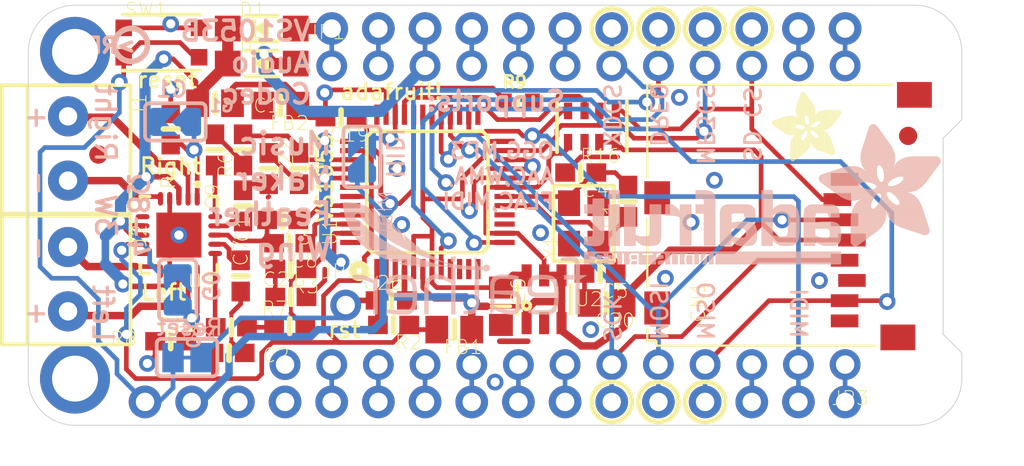
<source format=kicad_pcb>
(kicad_pcb (version 20211014) (generator pcbnew)
  (layers (0 "F.Cu" signal) (31 "B.Cu" signal) (34 "B.Paste" user) (35 "F.Paste" user) (36 "B.SilkS" user "B.Silkscreen") (37 "F.SilkS" user "F.Silkscreen") (38 "B.Mask" user) (39 "F.Mask" user) (44 "Edge.Cuts" user))
  (net 0 "")
  (net 1 "1.8V")
  (net 2 "3.3V")
  (net 3 "GND")
  (net 4 "AVDD")
  (net 5 "AGND")
  (net 6 "N$1")
  (net 7 "N$2")
  (net 8 "GPIO1")
  (net 9 "MISO")
  (net 10 "TX")
  (net 11 "MP3_RX")
  (net 12 "DREQ")
  (net 13 "CLKOUT")
  (net 14 "LEFT")
  (net 15 "RIGHT")
  (net 16 "N$5")
  (net 17 "N$6")
  (net 18 "MP3CS")
  (net 19 "XDCS")
  (net 20 "N$3")
  (net 21 "MP3RST")
  (net 22 "MOSI")
  (net 23 "SCLK")
  (net 24 "SD_CS")
  (net 25 "EN")
  (net 26 "USB")
  (net 27 "N")
  (net 28 "M")
  (net 29 "L")
  (net 30 "SCL")
  (net 31 "SDA")
  (net 32 "G")
  (net 33 "UART_RX")
  (net 34 "F")
  (net 35 "E")
  (net 36 "D")
  (net 37 "C")
  (net 38 "B")
  (net 39 "A")
  (net 40 "~{RESET}")
  (net 41 "GAIN1")
  (net 42 "GAIN0")
  (net 43 "VDD")
  (net 44 "IN_LEFT+")
  (net 45 "IN_RIGHT+")
  (net 46 "OUT_LEFT-")
  (net 47 "OUT_LEFT+")
  (net 48 "OUT_RIGHT-")
  (net 49 "OUT_RIGHT+")
  (net 50 "N$20")
  (net 51 "N$21")
  (net 52 "N$22")
  (net 53 "N$23")
  (net 54 "VBAT")
  (net 55 "GPIO0")
  (net 56 "AREF")
  (footprint "WQFN20" (layer "F.Cu") (at 131.2926 106.0831 180)
    (fp_text reference "U3")
    (fp_text value "TPA2012")
  )
  (footprint "_0805MP" (layer "F.Cu") (at 148.8186 109.9566 -90)
    (fp_text reference "C6")
    (fp_text value "10µF")
  )
  (footprint "0603-NO" (layer "F.Cu") (at 130.8481 111.8616 180)
    (fp_text reference "R8")
    (fp_text value "100K")
  )
  (footprint "_0603MP" (layer "F.Cu") (at 149.7711 98.7806)
    (fp_text reference "R9")
    (fp_text value "100K")
  )
  (footprint "TERMBLOCK_1X2-3.5MM" (layer "F.Cu") (at 125.2601 108.4326 -90)
    (fp_text reference "J2")
    (fp_text value "3.5mm")
  )
  (footprint "0603-NO" (layer "F.Cu") (at 137.3251 106.5276 180)
    (fp_text reference "C8")
    (fp_text value "0.1µF")
  )
  (footprint "0603-NO" (layer "F.Cu") (at 134.7851 104.4956 -90)
    (fp_text reference "C7")
    (fp_text value "1µF")
  )
  (footprint "0603-NO" (layer "F.Cu") (at 130.8481 100.3046 -90)
    (fp_text reference "R5")
    (fp_text value "100K")
  )
  (footprint "0603-NO" (layer "F.Cu") (at 134.1501 111.0996 180)
    (fp_text reference "C10")
    (fp_text value "1µF")
  )
  (footprint "FEATHERWING_NODIM" (layer "F.Cu") (at 123.1011 116.4336)
    (fp_text reference "MS1" hide)
    (fp_text value "FEATHERWING_NODIM" hide)
  )
  (footprint "0603-NO" (layer "F.Cu") (at 153.162 102.6795 180)
    (fp_text reference "C4")
    (fp_text value "22pF")
  )
  (footprint "0603-NO" (layer "F.Cu") (at 137.8331 102.4636 -90)
    (fp_text reference "R4")
    (fp_text value "22")
  )
  (footprint "0805-NO" (layer "F.Cu") (at 136.8171 99.0346 180)
    (fp_text reference "FB2")
    (fp_text value "FERITTE")
  )
  (footprint "TERMBLOCK_1X2-3.5MM" (layer "F.Cu") (at 125.2601 101.3206 -90)
    (fp_text reference "J1")
    (fp_text value "3.5mm")
  )
  (footprint "0603-NO" (layer "F.Cu") (at 136.9441 105.2576 180)
    (fp_text reference "C3")
    (fp_text value "1uF")
  )
  (footprint "1X13_ROUND_70" (layer "F.Cu") (at 152.3111 113.1316 180)
    (fp_text reference "JP3")
    (fp_text value "")
  )
  (footprint "FIDUCIAL_1MM" (layer "F.Cu") (at 126.9111 101.7016 -90)
    (fp_text reference "FID2" hide)
    (fp_text value "FIDUCIAL\"\"" hide)
  )
  (footprint "RESPACK_4X0603" (layer "F.Cu") (at 153.7716 100.1776 180)
    (fp_text reference "R16")
    (fp_text value "100K")
  )
  (footprint "0603-NO" (layer "F.Cu") (at 134.7851 101.4476 90)
    (fp_text reference "R6")
    (fp_text value "100")
  )
  (footprint "MICROSD" (layer "F.Cu") (at 156.8831 112.0521 90)
    (fp_text reference "CN1")
    (fp_text value "2908-05WB-M6")
  )
  (footprint "0805-NO" (layer "F.Cu") (at 146.2786 111.2266 180)
    (fp_text reference "FB1")
    (fp_text value "FERITTE")
  )
  (footprint "0603-NO" (layer "F.Cu") (at 136.1821 102.4636 -90)
    (fp_text reference "C22")
    (fp_text value "10nF")
  )
  (footprint "0603-NO" (layer "F.Cu") (at 142.8496 109.6391)
    (fp_text reference "C26")
    (fp_text value "0.1µF")
  )
  (footprint "1X01_ROUND" (layer "F.Cu") (at 140.3731 109.8931)
    (fp_text reference "JP5")
    (fp_text value "")
  )
  (footprint "FIDUCIAL_1MM" (layer "F.Cu") (at 170.9801 100.6856)
    (fp_text reference "FID1" hide)
    (fp_text value "FIDUCIAL\"\"" hide)
  )
  (footprint "SOD-123" (layer "F.Cu") (at 135.8011 94.8436)
    (fp_text reference "D1")
    (fp_text value "MBR120")
  )
  (footprint "SOD-123" (layer "F.Cu") (at 135.8011 96.7486)
    (fp_text reference "D2")
    (fp_text value "MBR120")
  )
  (footprint "0603-NO" (layer "F.Cu") (at 140.1191 99.6696 180)
    (fp_text reference "C19")
    (fp_text value "1µF")
  )
  (footprint "0603-NO" (layer "F.Cu") (at 133.2611 101.4476 -90)
    (fp_text reference "C9")
    (fp_text value "1µF")
  )
  (footprint "0603-NO" (layer "F.Cu") (at 142.9766 110.9726 180)
    (fp_text reference "R2")
    (fp_text value "100K")
  )
  (footprint "LQFP48" (layer "F.Cu") (at 144.8181 103.7336 90)
    (fp_text reference "U1")
    (fp_text value "VS1053B")
  )
  (footprint "SOT23-6" (layer "F.Cu") (at 151.1681 109.5756)
    (fp_text reference "U2")
    (fp_text value "AP7312-1833W6-7")
  )
  (footprint "0805-NO" (layer "F.Cu") (at 154.5717 109.7788 180)
    (fp_text reference "C20")
    (fp_text value "10µF")
  )
  (footprint "0603-NO" (layer "F.Cu") (at 134.0231 112.4966)
    (fp_text reference "C2")
    (fp_text value "0.1µF")
  )
  (footprint "0603-NO" (layer "F.Cu") (at 134.6581 108.3056 90)
    (fp_text reference "C11")
    (fp_text value "1µF")
  )
  (footprint "0603-NO" (layer "F.Cu") (at 154.2161 108.1786 180)
    (fp_text reference "C5")
    (fp_text value "22pF")
  )
  (footprint "0603-NO" (layer "F.Cu") (at 137.3886 109.4486)
    (fp_text reference "C21")
    (fp_text value "10nF")
  )
  (footprint "0603-NO" (layer "F.Cu") (at 155.7401 104.2416 90)
    (fp_text reference "R1")
    (fp_text value "1M")
  )
  (footprint "1X12_ROUND" (layer "F.Cu") (at 153.5811 96.8756)
    (fp_text reference "JP1")
    (fp_text value "")
  )
  (footprint "0603-NO" (layer "F.Cu") (at 137.3251 111.0361)
    (fp_text reference "R7")
    (fp_text value "100")
  )
  (footprint "0805-NO" (layer "F.Cu") (at 133.2611 98.9076)
    (fp_text reference "C1")
    (fp_text value "10µF")
  )
  (footprint "0603-NO" (layer "F.Cu") (at 137.3886 107.9246 180)
    (fp_text reference "R3")
    (fp_text value "22")
  )
  (footprint "ADAFRUIT_3.5MM" (layer "F.Cu") (at 167.3606 102.0826 90)
    (fp_text reference "U$36" hide)
    (fp_text value "" hide)
  )
  (footprint "CRYSTAL_3.2X2.5" (layer "F.Cu") (at 153.3271 105.4481 90)
    (fp_text reference "Y1")
    (fp_text value "ABM8G-12.288MHZ-4Y-T3")
  )
  (footprint "BTN_KMR2_4.6X2.8" (layer "F.Cu") (at 130.3401 95.6056)
    (fp_text reference "SW1")
    (fp_text value "KMR2")
  )
  (footprint "ADAFRUIT_TEXT_20MM" (layer "B.Cu") (at 172.9105 107.6706 180)
    (fp_text reference "U$55" hide)
    (fp_text value "" hide)
  )
  (footprint "SOLDERJUMPER_ARROW_NOPASTE" (layer "B.Cu") (at 141.2621 101.8286 90)
    (fp_text reference "MIDI")
    (fp_text value "")
  )
  (footprint "PCBFEAT-REV-040" (layer "B.Cu") (at 128.6891 95.7326 180)
    (fp_text reference "U$43" hide)
    (fp_text value "" hide)
  )
  (footprint "SOLDERJUMPER_ARROW_NOPASTE" (layer "B.Cu") (at 131.2291 109.0676 90)
    (fp_text reference "G0")
    (fp_text value "")
  )
  (footprint "FEATHERLOGO_SMALL" (layer "B.Cu") (at 153.5811 110.4646 180)
    (fp_text reference "U$37" hide)
    (fp_text value "" hide)
  )
  (footprint "SOLDERJUMPER_ARROW_NOPASTE" (layer "B.Cu") (at 131.1021 99.9236 180)
    (fp_text reference "G1")
    (fp_text value "")
  )
  (footprint "SOLDERJUMPER_CLOSEDWIRE" (layer "B.Cu") (at 131.7371 112.7506 180)
    (fp_text reference "RST")
    (fp_text value "")
  )
  (gr_circle (center 157.3911 115.1636) (end 158.483593 115.1636) (layer "F.SilkS") (width 0.254) (fill none))
  (gr_circle (center 162.4711 94.8436) (end 163.563593 94.8436) (layer "F.SilkS") (width 0.254) (fill none))
  (gr_circle (center 154.8511 94.8436) (end 155.943593 94.8436) (layer "F.SilkS") (width 0.254) (fill none))
  (gr_circle (center 159.9311 115.1636) (end 161.023593 115.1636) (layer "F.SilkS") (width 0.254) (fill none))
  (gr_circle (center 159.9311 94.8436) (end 161.023593 94.8436) (layer "F.SilkS") (width 0.254) (fill none))
  (gr_circle (center 157.3911 94.8436) (end 158.483593 94.8436) (layer "F.SilkS") (width 0.254) (fill none))
  (gr_circle (center 154.8511 115.1636) (end 155.943593 115.1636) (layer "F.SilkS") (width 0.254) (fill none))
  (gr_arc (start 171.3611 93.5736) (mid 173.157151 94.317549) (end 173.9011 96.1136) (layer "Edge.Cuts") (width 0.05))
  (gr_arc (start 125.6411 116.4336) (mid 123.845049 115.689651) (end 123.1011 113.8936) (layer "Edge.Cuts") (width 0.05))
  (gr_line (start 173.9011 112.4966) (end 173.9011 113.8936) (layer "Edge.Cuts") (width 0.05))
  (gr_line (start 172.8851 100.8126) (end 172.8851 111.4806) (layer "Edge.Cuts") (width 0.05))
  (gr_line (start 125.6411 93.5736) (end 171.3611 93.5736) (layer "Edge.Cuts") (width 0.05))
  (gr_line (start 173.9011 96.1136) (end 173.9011 99.7966) (layer "Edge.Cuts") (width 0.05))
  (gr_line (start 123.1011 113.8936) (end 123.1011 96.1136) (layer "Edge.Cuts") (width 0.05))
  (gr_line (start 173.9011 99.7966) (end 172.8851 100.8126) (layer "Edge.Cuts") (width 0.05))
  (gr_line (start 172.8851 111.4806) (end 173.9011 112.4966) (layer "Edge.Cuts") (width 0.05))
  (gr_arc (start 173.9011 113.8936) (mid 173.157151 115.689651) (end 171.3611 116.4336) (layer "Edge.Cuts") (width 0.05))
  (gr_arc (start 123.1011 96.1136) (mid 123.845049 94.317549) (end 125.6411 93.5736) (layer "Edge.Cuts") (width 0.05))
  (gr_line (start 171.3611 116.4336) (end 125.6411 116.4336) (layer "Edge.Cuts") (width 0.05))
  (gr_text "-" (at 123.7361 106.0196 -90) (layer "B.SilkS") (effects (font (size 1.0922 1.0922) (thickness 0.1778)) (justify right mirror)))
  (gr_text "MISO" (at 159.9311 110.2106 -90) (layer "B.SilkS") (effects (font (size 0.87376 0.87376) (thickness 0.14224)) (justify mirror)))
  (gr_text "G1" (at 129.9591 97.6376) (layer "B.SilkS") (effects (font (size 0.8636 0.8636) (thickness 0.1524)) (justify right top mirror)))
  (gr_text "G0" (at 133.5151 107.9246 -90) (layer "B.SilkS") (effects (font (size 0.8636 0.8636) (thickness 0.1524)) (justify right top mirror)))
  (gr_text "MP3CS" (at 159.9311 100.0506 -90) (layer "B.SilkS") (effects (font (size 0.87376 0.87376) (thickness 0.14224)) (justify mirror)))
  (gr_text "DREQ" (at 157.3911 99.5426 -90) (layer "B.SilkS") (effects (font (size 0.87376 0.87376) (thickness 0.14224)) (justify mirror)))
  (gr_text "SD CS" (at 162.4711 100.0506 -90) (layer "B.SilkS") (effects (font (size 0.87376 0.87376) (thickness 0.14224)) (justify mirror)))
  (gr_text "MOSI" (at 157.3911 110.2106 -90) (layer "B.SilkS") (effects (font (size 0.87376 0.87376) (thickness 0.14224)) (justify mirror)))
  (gr_text "Reset" (at 133.7691 111.0996) (layer "B.SilkS") (effects (font (size 0.87376 0.87376) (thickness 0.14224)) (justify left mirror)))
  (gr_text "4-8Ω\n3W" (at 128.1811 105.0036 -90) (layer "B.SilkS") (effects (font (size 1.0795 1.0795) (thickness 0.1905)) (justify mirror)))
  (gr_text "+" (at 123.6091 109.5756 -90) (layer "B.SilkS") (effects (font (size 1.0922 1.0922) (thickness 0.1778)) (justify right mirror)))
  (gr_text "MIDI" (at 165.0111 110.3376 -90) (layer "B.SilkS") (effects (font (size 0.87376 0.87376) (thickness 0.14224)) (justify mirror)))
  (gr_text "Music\nMaker\nFeather\nWing" (at 139.7381 103.9876) (layer "B.SilkS") (effects (font (size 1.194816 1.194816) (thickness 0.227584)) (justify left mirror)))
  (gr_text "VS1053B\nAudio\nCodec" (at 138.5951 99.0346) (layer "B.SilkS") (effects (font (size 1.0668 1.0668) (thickness 0.2032)) (justify left bottom mirror)))
  (gr_text "OGG,MP3,\nAAC,WMA,\nFLAC,MIDI" (at 151.8031 104.7496) (layer "B.SilkS") (effects (font (size 0.85344 0.85344) (thickness 0.16256)) (justify left bottom mirror)))
  (gr_text "MIDI" (at 143.0401 100.1776 -90) (layer "B.SilkS") (effects (font (size 0.87376 0.87376) (thickness 0.14224)) (justify right mirror)))
  (gr_text "XDCS" (at 154.8511 99.5426 -90) (layer "B.SilkS") (effects (font (size 0.87376 0.87376) (thickness 0.14224)) (justify mirror)))
  (gr_text "Left" (at 127.1651 111.9886 -90) (layer "B.SilkS") (effects (font (size 1.0922 1.0922) (thickness 0.1778)) (justify left mirror)))
  (gr_text "-" (at 123.7361 102.4636 -90) (layer "B.SilkS") (effects (font (size 1.0922 1.0922) (thickness 0.1778)) (justify right mirror)))
  (gr_text "+" (at 123.6091 98.9076 -90) (layer "B.SilkS") (effects (font (size 1.0922 1.0922) (thickness 0.1778)) (justify right mirror)))
  (gr_text "SCK" (at 154.8511 110.5916 -90) (layer "B.SilkS") (effects (font (size 0.87376 0.87376) (thickness 0.14224)) (justify mirror)))
  (gr_text "Supports:" (at 152.4381 99.4156) (layer "B.SilkS") (effects (font (size 1.0668 1.0668) (thickness 0.2032)) (justify left bottom mirror)))
  (gr_text "Right" (at 127.2921 97.7646 -90) (layer "B.SilkS") (effects (font (size 1.0922 1.0922) (thickness 0.1778)) (justify right mirror)))
  (gr_text "Right" (at 130.8481 102.3366) (layer "F.SilkS") (effects (font (size 0.8636 0.8636) (thickness 0.1524))))
  (gr_text "Left" (at 130.4671 109.1946) (layer "F.SilkS") (effects (font (size 0.8636 0.8636) (thickness 0.1524))))
  (gr_text "adafruit!" (at 139.9921 98.2726) (layer "F.SilkS") (effects (font (size 0.87376 0.87376) (thickness 0.14224)) (justify left)))
  (gr_text "rst" (at 141.2621 110.7186) (layer "F.SilkS") (effects (font (size 0.87376 0.87376) (thickness 0.14224)) (justify right top)))
  (gr_text "VS1053" (at 139.2301 102.9716 90) (layer "F.SilkS") (effects (font (size 0.8636 0.8636) (thickness 0.1524))))
  (gr_text "reset" (at 128.9431 98.1456) (layer "F.SilkS") (effects (font (size 0.87376 0.87376) (thickness 0.14224)) (justify left bottom)))
  (segment (start 144.5681 99.5336) (end 144.5681 104.1146) (width 0.254) (layer "F.Cu") (net 1))
  (segment (start 146.7231 103.9876) (end 146.5961 104.1146) (width 0.254) (layer "F.Cu") (net 1))
  (segment (start 150.2181 108.6206) (end 150.2181 108.2756) (width 0.4064) (layer "F.Cu") (net 1))
  (segment (start 146.7231 103.9876) (end 146.7231 102.9716) (width 0.254) (layer "F.Cu") (net 1))
  (segment (start 146.5961 104.1146) (end 144.5681 104.1146) (width 0.254) (layer "F.Cu") (net 1))
  (segment (start 147.9931 101.1936) (end 148.2031 100.9836) (width 0.254) (layer "F.Cu") (net 1))
  (segment (start 145.0721 106.1466) (end 145.0721 107.9336) (width 0.254) (layer "F.Cu") (net 1))
  (segment (start 144.5681 105.1346) (end 145.0721 105.6386) (width 0.254) (layer "F.Cu") (net 1))
  (segment (start 149.4836 108.2756) (end 150.2181 108.2756) (width 0.4064) (layer "F.Cu") (net 1))
  (segment (start 145.0721 106.1466) (end 145.0721 105.6386) (width 0.254) (layer "F.Cu") (net 1))
  (segment (start 148.2031 100.9836) (end 149.0181 100.9836) (width 0.254) (layer "F.Cu") (net 1))
  (segment (start 144.5681 104.1146) (end 144.5681 105.1346) (width 0.254) (layer "F.Cu") (net 1))
  (segment (start 145.0681 107.9336) (end 145.0681 108.6826) (width 0.254) (layer "F.Cu") (net 1))
  (segment (start 147.9931 101.1936) (end 147.9931 101.7016) (width 0.254) (layer "F.Cu") (net 1))
  (segment (start 145.3261 108.9406) (end 148.8186 108.9406) (width 0.254) (layer "F.Cu") (net 1))
  (segment (start 144.0681 106.1466) (end 145.0721 106.1466) (width 0.254) (layer "F.Cu") (net 1))
  (segment (start 145.0681 108.6826) (end 145.3261 108.9406) (width 0.254) (layer "F.Cu") (net 1))
  (segment (start 145.0721 107.9336) (end 145.0681 107.9336) (width 0.254) (layer "F.Cu") (net 1))
  (segment (start 146.7231 102.9716) (end 147.9931 101.7016) (width 0.254) (layer "F.Cu") (net 1))
  (segment (start 148.8186 108.9406) (end 149.4836 108.2756) (width 0.4064) (layer "F.Cu") (net 1))
  (segment (start 144.0681 107.9336) (end 144.0681 106.1466) (width 0.254) (layer "F.Cu") (net 1))
  (segment (start 143.3061 104.3686) (end 142.7861 104.3686) (width 0.254) (layer "F.Cu") (net 2))
  (segment (start 147.2311 109.7661) (end 147.2311 109.9566) (width 0.4064) (layer "F.Cu") (net 2))
  (segment (start 155.5217 111.064) (end 155.5217 109.7788) (width 0.4064) (layer "F.Cu") (net 2))
  (segment (start 144.0681 99.5336) (end 144.0681 103.6066) (width 0.254) (layer "F.Cu") (net 2))
  (segment (start 149.0181 105.9836) (end 147.9931 105.9836) (width 0.254) (layer "F.Cu") (net 2))
  (segment (start 150.2601 110.8336) (end 150.2181 110.8756) (width 0.4064) (layer "F.Cu") (net 2))
  (segment (start 147.228331 110.772888) (end 147.228331 110.909369) (width 0.254) (layer "F.Cu") (net 2))
  (segment (start 152.1221 109.7026) (end 152.1181 109.6986) (width 0.4064) (layer "F.Cu") (net 2))
  (segment (start 152.1841 101.6381) (end 152.4716 101.3506) (width 0.254) (layer "F.Cu") (net 2))
  (segment (start 149.7351 105.9836) (end 151.1681 107.4166) (width 0.254) (layer "F.Cu") (net 2))
  (segment (start 163.9466 106.3521) (end 162.9791 105.3846) (width 0.254) (layer "F.Cu") (net 2))
  (segment (start 152.4716 101.3506) (end 152.4716 101.0276) (width 0.254) (layer "F.Cu") (net 2))
  (segment (start 150.7831 103.4836) (end 151.4221 102.8446) (width 0.254) (layer "F.Cu") (net 2))
  (segment (start 150.2181 110.8756) (end 150.2181 110.1446) (width 0.4064) (layer "F.Cu") (net 2))
  (segment (start 151.4221 101.8921) (end 151.6761 101.6381) (width 0.254) (layer "F.Cu") (net 2))
  (segment (start 152.1181 109.6986) (end 152.1181 108.2756) (width 0.4064) (layer "F.Cu") (net 2))
  (segment (start 147.0406 109.5756) (end 147.2311 109.7661) (width 0.254) (layer "F.Cu") (net 2))
  (segment (start 147.9931 103.4836) (end 147.9931 105.9836) (width 0.254) (layer "F.Cu") (net 2))
  (segment (start 151.1681 108.2756) (end 152.1181 108.2756) (width 0.4064) (layer "F.Cu") (net 2))
  (segment (start 155.0716 101.0276) (end 155.4916 101.4476) (width 0.254) (layer "F.Cu") (net 2))
  (segment (start 153.2001 112.1156) (end 152.1181 111.2876) (width 0.4064) (layer "F.Cu") (net 2))
  (segment (start 161.4551 106.9086) (end 162.9791 105.3846) (width 0.4064) (layer "F.Cu") (net 2))
  (segment (start 145.1991 109.5756) (end 147.0406 109.5756) (width 0.254) (layer "F.Cu") (net 2))
  (segment (start 147.2286 110.909369) (end 147.2286 111.2266) (width 0.4064) (layer "F.Cu") (net 2))
  (segment (start 152.1181 110.8756) (end 152.1181 109.6986) (width 0.4064) (layer "F.Cu") (net 2))
  (segment (start 141.5161 100.2166) (end 140.9691 99.6696) (width 0.254) (layer "F.Cu") (net 2))
  (segment (start 155.5217 111.064) (end 153.9621 112.1156) (width 0.4064) (layer "F.Cu") (net 2))
  (segment (start 155.5217 109.413) (end 155.5217 109.7788) (width 0.4064) (layer "F.Cu") (net 2))
  (segment (start 158.0261 106.9086) (end 155.5217 109.413) (width 0.4064) (layer "F.Cu") (net 2))
  (segment (start 151.4221 101.8921) (end 151.4221 102.8446) (width 0.254) (layer "F.Cu") (net 2))
  (segment (start 151.1681 107.4166) (end 151.1681 108.2756) (width 0.254) (layer "F.Cu") (net 2))
  (segment (start 147.2311 110.770119) (end 147.228331 110.772888) (width 0.254) (layer "F.Cu") (net 2))
  (segment (start 142.2781 101.7651) (end 142.2781 103.8606) (width 0.254) (layer "F.Cu") (net 2))
  (segment (start 162.9791 105.3846) (end 162.9791 101.8286) (width 0.254) (layer "F.Cu") (net 2))
  (segment (start 162.5981 101.4476) (end 162.9791 101.8286) (width 0.254) (layer "F.Cu") (net 2))
  (segment (start 148.0541 109.9566) (end 150.2601 109.9566) (width 0.254) (layer "F.Cu") (net 2))
  (segment (start 153.9621 112.1156) (end 153.2001 112.1156) (width 0.4064) (layer "F.Cu") (net 2))
  (segment (start 150.6601 109.7026) (end 152.1221 109.7026) (width 0.4064) (layer "F.Cu") (net 2))
  (segment (start 149.0181 105.9836) (end 149.7351 105.9836) (width 0.254) (layer "F.Cu") (net 2))
  (segment (start 158.0261 106.9086) (end 161.4551 106.9086) (width 0.4064) (layer "F.Cu") (net 2))
  (segment (start 150.2601 109.9566) (end 150.2601 110.8336) (width 0.4064) (layer "F.Cu") (net 2))
  (segment (start 163.9466 106.3521) (end 167.9231 106.3521) (width 0.254) (layer "F.Cu") (net 2))
  (segment (start 149.0181 103.4836) (end 147.9931 103.4836) (width 0.254) (layer "F.Cu") (net 2))
  (segment (start 155.4916 101.4476) (end 162.5981 101.4476) (width 0.254) (layer "F.Cu") (net 2))
  (segment (start 147.2311 109.9566) (end 147.2311 110.770119) (width 0.4064) (layer "F.Cu") (net 2))
  (segment (start 142.2781 103.8606) (end 142.7861 104.3686) (width 0.254) (layer "F.Cu") (net 2))
  (segment (start 154.1716 101.0276) (end 155.0716 101.0276) (width 0.254) (layer "F.Cu") (net 2))
  (segment (start 142.2781 101.7651) (end 141.5161 101.0031) (width 0.254) (layer "F.Cu") (net 2))
  (segment (start 148.0541 109.9566) (end 147.2311 109.9566) (width 0.4064) (layer "F.Cu") (net 2))
  (segment (start 151.6761 101.6381) (end 152.1841 101.6381) (width 0.254) (layer "F.Cu") (net 2))
  (segment (start 150.2181 110.1446) (end 150.6601 109.7026) (width 0.4064) (layer "F.Cu") (net 2))
  (segment (start 144.5681 107.9336) (end 144.5681 108.9446) (width 0.254) (layer "F.Cu") (net 2))
  (segment (start 144.5681 108.9446) (end 145.1991 109.5756) (width 0.254) (layer "F.Cu") (net 2))
  (segment (start 149.0181 103.4836) (end 150.7831 103.4836) (width 0.254) (layer "F.Cu") (net 2))
  (segment (start 144.0681 103.6066) (end 143.3061 104.3686) (width 0.254) (layer "F.Cu") (net 2))
  (segment (start 147.228331 110.909369) (end 147.2286 110.909369) (width 0.4064) (layer "F.Cu") (net 2))
  (segment (start 141.5161 101.0031) (end 141.5161 100.2166) (width 0.254) (layer "F.Cu") (net 2))
  (segment (start 152.1181 107.9906) (end 152.1181 108.2756) (width 0.254) (layer "F.Cu") (net 2))
  (segment (start 152.1181 111.2876) (end 152.1181 110.8756) (width 0.4064) (layer "F.Cu") (net 2))
  (via (at 142.7861 104.3686) (size 0.9064) (drill 0.5) (layers "F.Cu" "B.Cu") (net 2))
  (via (at 147.2311 109.7661) (size 0.9064) (drill 0.5) (layers "F.Cu" "B.Cu") (net 2))
  (segment (start 142.4051 105.1306) (end 142.4051 109.4486) (width 0.4064) (layer "B.Cu") (net 2))
  (segment (start 138.8491 111.2266) (end 141.8971 111.2266) (width 0.4064) (layer "B.Cu") (net 2))
  (segment (start 132.4991 115.1636) (end 134.0231 113.6396) (width 0.4064) (layer "B.Cu") (net 2))
  (segment (start 142.7861 104.3686) (end 142.7861 104.7496) (width 0.4064) (layer "B.Cu") (net 2))
  (segment (start 135.0391 111.6076) (end 138.4681 111.6076) (width 0.4064) (layer "B.Cu") (net 2))
  (segment (start 142.4051 110.7186) (end 142.4051 109.4486) (width 0.4064) (layer "B.Cu") (net 2))
  (segment (start 142.5321 105.0036) (end 142.4051 105.1306) (width 0.4064) (layer "B.Cu") (net 2))
  (segment (start 134.0231 113.6396) (end 134.0231 112.6236) (width 0.4064) (layer "B.Cu") (net 2))
  (segment (start 141.0081 103.4796) (end 142.5321 105.0036) (width 0.254) (layer "B.Cu") (net 2))
  (segment (start 142.7861 104.7496) (end 142.5321 105.0036) (width 0.4064) (layer "B.Cu") (net 2))
  (segment (start 146.9136 109.4486) (end 147.2311 109.7661) (width 0.4064) (layer "B.Cu") (net 2))
  (segment (start 131.9911 115.1636) (end 132.4991 115.1636) (width 0.4064) (layer "B.Cu") (net 2))
  (segment (start 142.4051 109.4486) (end 146.9136 109.4486) (width 0.4064) (layer "B.Cu") (net 2))
  (segment (start 141.0081 102.5906) (end 141.2621 102.8446) (width 0.254) (layer "B.Cu") (net 2))
  (segment (start 134.0231 112.6236) (end 135.0391 111.6076) (width 0.4064) (layer "B.Cu") (net 2))
  (segment (start 141.0081 103.4796) (end 141.0081 102.5906) (width 0.254) (layer "B.Cu") (net 2))
  (segment (start 141.8971 111.2266) (end 142.4051 110.7186) (width 0.4064) (layer "B.Cu") (net 2))
  (segment (start 138.4681 111.6076) (end 138.8491 111.2266) (width 0.4064) (layer "B.Cu") (net 2))
  (segment (start 130.8481 94.8056) (end 130.8861 94.8056) (width 0.254) (layer "F.Cu") (net 3))
  (segment (start 148.7551 111.8616) (end 150.2791 111.8616) (width 0.3048) (layer "F.Cu") (net 3))
  (segment (start 130.8481 99.4546) (end 130.8481 98.1456) (width 0.254) (layer "F.Cu") (net 3))
  (segment (start 147.3581 103.2256) (end 147.3581 104.6226) (width 0.254) (layer "F.Cu") (net 3))
  (segment (start 148.9981 102.4636) (end 148.1201 102.4636) (width 0.254) (layer "F.Cu") (net 3))
  (segment (start 138.4021 99.6696) (end 139.2691 99.6696) (width 0.3048) (layer "F.Cu") (net 3))
  (segment (start 149.0181 102.4836) (end 148.9981 102.4636) (width 0.254) (layer "F.Cu") (net 3))
  (segment (start 131.2291 94.8056) (end 130.8861 94.8056) (width 0.254) (layer "F.Cu") (net 3))
  (segment (start 130.8481 94.5896) (end 130.8481 94.8056) (width 0.254) (layer "F.Cu") (net 3))
  (segment (start 143.5681 109.6391) (end 143.6996 109.6391) (width 0.3048) (layer "F.Cu") (net 3))
  (segment (start 130.7926 106.5831) (end 131.2926 106.0831) (width 0.254) (layer "F.Cu") (net 3))
  (segment (start 139.2301 98.3996) (end 139.2301 98.3361) (width 0.254) (layer "F.Cu") (net 3))
  (segment (start 153.1629 101.8286) (end 153.3716 101.8286) (width 0.254) (layer "F.Cu") (net 3))
  (segment (start 134.4041 97.8916) (end 134.2111 98.0846) (width 0.3048) (layer "F.Cu") (net 3))
  (segment (start 129.9981 111.8616) (end 129.9981 112.6481) (width 0.254) (layer "F.Cu") (net 3))
  (segment (start 134.4041 97.8916) (end 137.0711 97.8916) (width 0.3048) (layer "F.Cu") (net 3))
  (segment (start 149.0181 101.9836) (end 150.1801 101.9836) (width 0.254) (layer "F.Cu") (net 3))
  (segment (start 153.3716 101.8286) (end 155.1686 101.8286) (width 0.254) (layer "F.Cu") (net 3))
  (segment (start 139.2691 98.4386) (end 139.2301 98.3996) (width 0.254) (layer "F.Cu") (net 3))
  (segment (start 130.7926 105.5831) (end 131.2926 106.0831) (width 0.254) (layer "F.Cu") (net 3))
  (segment (start 152.312 102.6795) (end 153.1629 101.8286) (width 0.254) (layer "F.Cu") (net 3))
  (segment (start 128.2901 94.8056) (end 130.8861 94.8056) (width 0.254) (layer "F.Cu") (net 3))
  (segment (start 150.1801 101.9836) (end 150.5331 102.3366) (width 0.254) (layer "F.Cu") (net 3))
  (segment (start 142.5681 98.1816) (end 139.4481 98.1816) (width 0.254) (layer "F.Cu") (net 3))
  (segment (start 139.2936 98.3361) (end 139.2301 98.3361) (width 0.254) (layer "F.Cu") (net 3))
  (segment (start 132.3901 94.8056) (end 131.2291 94.8056) (width 0.254) (layer "F.Cu") (net 3))
  (segment (start 137.7671 99.0346) (end 138.4021 99.6696) (width 0.3048) (layer "F.Cu") (net 3))
  (segment (start 149.0061 102.9716) (end 147.6121 102.9716) (width 0.254) (layer "F.Cu") (net 3))
  (segment (start 139.2691 98.4386) (end 139.2691 99.6696) (width 0.254) (layer "F.Cu") (net 3))
  (segment (start 137.7671 98.5876) (end 137.7671 99.0346) (width 0.3048) (layer "F.Cu") (net 3))
  (segment (start 130.7926 108.0581) (end 130.7926 106.5831) (width 0.254) (layer "F.Cu") (net 3))
  (segment (start 143.5681 107.9336) (end 143.5681 109.6391) (width 0.3048) (layer "F.Cu") (net 3))
  (segment (start 149.0181 102.4836) (end 150.5331 102.4836) (width 0.254) (layer "F.Cu") (net 3))
  (segment (start 149.0181 102.9836) (end 150.5331 102.9836) (width 0.254) (layer "F.Cu") (net 3))
  (segment (start 137.0711 97.8916) (end 137.7671 98.5876) (width 0.3048) (layer "F.Cu") (net 3))
  (segment (start 139.4481 98.1816) (end 139.2936 98.3361) (width 0.254) (layer "F.Cu") (net 3))
  (segment (start 134.2111 98.0846) (end 134.2111 98.9076) (width 0.3048) (layer "F.Cu") (net 3))
  (segment (start 129.9981 112.6481) (end 129.5781 113.0681) (width 0.254) (layer "F.Cu") (net 3))
  (segment (start 150.5331 102.9836) (end 150.5331 102.4836) (width 0.254) (layer "F.Cu") (net 3))
  (segment (start 149.0181 102.9836) (end 149.0061 102.9716) (width 0.254) (layer "F.Cu") (net 3))
  (segment (start 153.6217 109.7788) (end 153.3661 109.5232) (width 0.254) (layer "F.Cu") (net 3))
  (segment (start 153.3716 101.0276) (end 153.3716 101.8286) (width 0.254) (layer "F.Cu") (net 3))
  (segment (start 130.7926 104.1081) (end 130.7926 105.5831) (width 0.254) (layer "F.Cu") (net 3))
  (segment (start 153.3661 109.5232) (end 153.3661 108.1786) (width 0.254) (layer "F.Cu") (net 3))
  (segment (start 142.5681 99.5336) (end 142.5681 98.1816) (width 0.254) (layer "F.Cu") (net 3))
  (segment (start 147.6121 102.9716) (end 147.3581 103.2256) (width 0.254) (layer "F.Cu") (net 3))
  (via (at 160.4391 103.0986) (size 0.9064) (drill 0.5) (layers "F.Cu" "B.Cu") (net 3))
  (via (at 150.5331 102.3366) (size 0.9064) (drill 0.5) (layers "F.Cu" "B.Cu") (net 3))
  (via (at 159.1691 105.3846) (size 0.9064) (drill 0.5) (layers "F.Cu" "B.Cu") (net 3))
  (via (at 129.5781 113.0681) (size 0.9064) (drill 0.5) (layers "F.Cu" "B.Cu") (net 3))
  (via (at 150.9776 105.9561) (size 0.9064) (drill 0.5) (layers "F.Cu" "B.Cu") (net 3))
  (via (at 139.2301 98.3361) (size 0.9064) (drill 0.5) (layers "F.Cu" "B.Cu") (net 3))
  (via (at 130.8481 98.1456) (size 0.9064) (drill 0.5) (layers "F.Cu" "B.Cu") (net 3))
  (via (at 166.1541 108.5596) (size 0.9064) (drill 0.5) (layers "F.Cu" "B.Cu") (net 3))
  (via (at 131.2926 106.0831) (size 0.9064) (drill 0.5) (layers "F.Cu" "B.Cu") (net 3))
  (via (at 148.5011 114.0841) (size 0.9064) (drill 0.5) (layers "F.Cu" "B.Cu") (net 3))
  (via (at 157.7721 108.4326) (size 0.9064) (drill 0.5) (layers "F.Cu" "B.Cu") (net 3))
  (via (at 130.8481 94.5896) (size 0.9064) (drill 0.5) (layers "F.Cu" "B.Cu") (net 3))
  (via (at 143.1671 102.4636) (size 0.9064) (drill 0.5) (layers "F.Cu" "B.Cu") (net 3))
  (via (at 143.4211 105.5116) (size 0.9064) (drill 0.5) (layers "F.Cu" "B.Cu") (net 3))
  (via (at 158.5341 98.5901) (size 0.9064) (drill 0.5) (layers "F.Cu" "B.Cu") (net 3))
  (via (at 147.1041 104.7496) (size 0.9064) (drill 0.5) (layers "F.Cu" "B.Cu") (net 3))
  (via (at 153.7081 111.2266) (size 0.9064) (drill 0.5) (layers "F.Cu" "B.Cu") (net 3))
  (segment (start 143.0401 105.6386) (end 143.0401 105.5116) (width 0.254) (layer "B.Cu") (net 3))
  (segment (start 138.0871 96.8756) (end 137.9601 96.7486) (width 0.254) (layer "B.Cu") (net 3))
  (segment (start 139.1666 111.0996) (end 139.9921 111.9251) (width 0.254) (layer "F.Cu") (net 4))
  (segment (start 135.8011 113.6396) (end 135.5471 113.8936) (width 0.254) (layer "F.Cu") (net 4))
  (segment (start 138.6831 105.5506) (end 138.6831 106.0586) (width 0.254) (layer "F.Cu") (net 4))
  (segment (start 133.1731 113.8546) (end 133.1341 113.8936) (width 0.254) (layer "F.Cu") (net 4))
  (segment (start 138.2141 106.5276) (end 138.1751 106.5276) (width 0.254) (layer "F.Cu") (net 4))
  (segment (start 133.1731 112.4966) (end 133.1731 113.8546) (width 0.254) (layer "F.Cu") (net 4))
  (segment (start 140.6381 105.0036) (end 139.2301 105.0036) (width 0.254) (layer "F.Cu") (net 4))
  (segment (start 138.6831 106.0586) (end 138.2141 106.5276) (width 0.254) (layer "F.Cu") (net 4))
  (segment (start 140.6181 101.4836) (end 141.2981 101.4836) (width 0.254) (layer "F.Cu") (net 4))
  (segment (start 136.3726 111.9251) (end 139.9921 111.9251) (width 0.254) (layer "F.Cu") (net 4))
  (segment (start 144.0806 111.2266) (end 145.3286 111.2266) (width 0.254) (layer "F.Cu") (net 4))
  (segment (start 128.5066 106.5831) (end 128.1811 106.9086) (width 0.254) (layer "F.Cu") (net 4))
  (segment (start 133.1341 113.8936) (end 128.9431 113.8936) (width 0.254) (layer "F.Cu") (net 4))
  (segment (start 141.7701 101.9556) (end 141.7701 103.9876) (width 0.254) (layer "F.Cu") (net 4))
  (segment (start 141.7701 105.0036) (end 140.6381 105.0036) (width 0.254) (layer "F.Cu") (net 4))
  (segment (start 139.2301 105.0036) (end 138.6831 105.5506) (width 0.254) (layer "F.Cu") (net 4))
  (segment (start 141.2981 101.4836) (end 141.7701 101.9556) (width 0.254) (layer "F.Cu") (net 4))
  (segment (start 135.8011 112.4966) (end 135.8011 113.6396) (width 0.254) (layer "F.Cu") (net 4))
  (segment (start 135.5471 113.8936) (end 133.1341 113.8936) (width 0.254) (layer "F.Cu") (net 4))
  (segment (start 143.8266 110.9726) (end 144.0806 111.2266) (width 0.254) (layer "F.Cu") (net 4))
  (segment (start 129.3176 106.5831) (end 128.5066 106.5831) (width 0.254) (layer "F.Cu") (net 4))
  (segment (start 141.7701 106.9086) (end 141.7701 105.0036) (width 0.254) (layer "F.Cu") (net 4))
  (segment (start 135.8011 112.4966) (end 136.3726 111.9251) (width 0.254) (layer "F.Cu") (net 4))
  (segment (start 140.6181 103.9836) (end 141.7661 103.9836) (width 0.254) (layer "F.Cu") (net 4))
  (segment (start 141.7701 103.9876) (end 141.7701 105.0036) (width 0.254) (layer "F.Cu") (net 4))
  (segment (start 141.1351 108.5596) (end 141.3891 108.3056) (width 0.254) (layer "F.Cu") (net 4))
  (segment (start 140.6381 105.0036) (end 140.6181 104.9836) (width 0.254) (layer "F.Cu") (net 4))
  (segment (start 128.4351 113.3856) (end 128.4351 111.4806) (width 0.254) (layer "F.Cu") (net 4))
  (segment (start 139.1666 109.3851) (end 139.1666 111.0996) (width 0.254) (layer "F.Cu") (net 4))
  (segment (start 141.7661 103.9836) (end 141.7701 103.9876) (width 0.254) (layer "F.Cu") (net 4))
  (segment (start 139.9921 111.9251) (end 142.9376 111.9251) (width 0.254) (layer "F.Cu") (net 4))
  (segment (start 143.8266 111.0361) (end 143.8266 110.9726) (width 0.254) (layer "F.Cu") (net 4))
  (segment (start 141.3891 108.3056) (end 141.3891 107.2896) (width 0.254) (layer "F.Cu") (net 4))
  (segment (start 141.3891 107.2896) (end 141.7701 106.9086) (width 0.254) (layer "F.Cu") (net 4))
  (segment (start 142.9376 111.9251) (end 143.8266 111.0361) (width 0.254) (layer "F.Cu") (net 4))
  (segment (start 139.9921 108.5596) (end 141.1351 108.5596) (width 0.254) (layer "F.Cu") (net 4))
  (segment (start 128.9431 113.8936) (end 128.4351 113.3856) (width 0.254) (layer "F.Cu") (net 4))
  (segment (start 139.1666 109.3851) (end 139.9921 108.5596) (width 0.254) (layer "F.Cu") (net 4))
  (via (at 128.4351 111.4806) (size 0.9064) (drill 0.5) (layers "F.Cu" "B.Cu") (net 4))
  (via (at 128.1811 106.9086) (size 0.9064) (drill 0.5) (layers "F.Cu" "B.Cu") (net 4))
  (segment (start 128.1811 106.9086) (end 128.1811 107.4166) (width 0.254) (layer "B.Cu") (net 4))
  (segment (start 128.4351 110.0836) (end 128.4351 111.4806) (width 0.254) (layer "B.Cu") (net 4))
  (segment (start 129.1971 108.4326) (end 129.1971 109.3216) (width 0.254) (layer "B.Cu") (net 4))
  (segment (start 129.1971 109.3216) (end 128.4351 110.0836) (width 0.254) (layer "B.Cu") (net 4))
  (segment (start 128.1811 107.4166) (end 129.1971 108.4326) (width 0.254) (layer "B.Cu") (net 4))
  (segment (start 134.2771 106.4006) (end 135.8401 106.4006) (width 0.254) (layer "F.Cu") (net 5))
  (segment (start 140.6181 102.4836) (end 139.3571 102.4836) (width 0.254) (layer "F.Cu") (net 5))
  (segment (start 139.7381 107.1746) (end 140.1191 107.5556) (width 0.254) (layer "F.Cu") (net 5))
  (segment (start 140.6181 102.9836) (end 139.2301 102.9836) (width 0.254) (layer "F.Cu") (net 5))
  (segment (start 134.7851 103.6456) (end 135.1171 103.3136) (width 0.254) (layer "F.Cu") (net 5))
  (segment (start 139.3571 102.4836) (end 139.3571 102.5906) (width 0.254) (layer "F.Cu") (net 5))
  (segment (start 140.6181 105.9836) (end 139.7741 105.9836) (width 0.254) (layer "F.Cu") (net 5))
  (segment (start 136.0941 105.2576) (end 136.0941 106.1466) (width 0.254) (layer "F.Cu") (net 5))
  (segment (start 133.9596 106.0831) (end 134.2771 106.4006) (width 0.254) (layer "F.Cu") (net 5))
  (segment (start 139.7381 106.0196) (end 139.7381 107.1746) (width 0.254) (layer "F.Cu") (net 5))
  (segment (start 134.6581 109.1556) (end 134.6581 109.8296) (width 0.254) (layer "F.Cu") (net 5))
  (segment (start 134.7461 112.4966) (end 134.8731 112.4966) (width 0.254) (layer "F.Cu") (net 5))
  (segment (start 139.2301 107.9366) (end 139.2301 108.5596) (width 0.254) (layer "F.Cu") (net 5))
  (segment (start 138.3411 109.4486) (end 138.2386 109.4486) (width 0.254) (layer "F.Cu") (net 5))
  (segment (start 133.2676 106.0831) (end 133.9596 106.0831) (width 0.254) (layer "F.Cu") (net 5))
  (segment (start 134.1501 111.9006) (end 134.7461 112.4966) (width 0.254) (layer "F.Cu") (net 5))
  (segment (start 134.1501 110.3376) (end 134.1501 111.9006) (width 0.2032) (layer "F.Cu") (net 5))
  (segment (start 139.7741 105.9836) (end 139.7381 106.0196) (width 0.254) (layer "F.Cu") (net 5))
  (segment (start 135.1171 103.3136) (end 136.1821 103.3136) (width 0.254) (layer "F.Cu") (net 5))
  (segment (start 134.6581 109.8296) (end 134.1501 110.3376) (width 0.254) (layer "F.Cu") (net 5))
  (segment (start 135.8401 106.4006) (end 136.0941 106.1466) (width 0.254) (layer "F.Cu") (net 5))
  (segment (start 136.1431 104.0266) (end 136.1821 103.9876) (width 0.254) (layer "F.Cu") (net 5))
  (segment (start 139.2301 108.5596) (end 138.3411 109.4486) (width 0.254) (layer "F.Cu") (net 5))
  (segment (start 136.0941 106.1466) (end 136.4751 106.5276) (width 0.254) (layer "F.Cu") (net 5))
  (via (at 139.2301 100.9396) (size 0.9064) (drill 0.5) (layers "F.Cu" "B.Cu") (net 5))
  (via (at 140.1191 107.5556) (size 0.9064) (drill 0.5) (layers "F.Cu" "B.Cu") (net 5))
  (via (at 139.2301 102.9836) (size 0.9064) (drill 0.5) (layers "F.Cu" "B.Cu") (net 5))
  (segment (start 139.2301 106.9206) (end 139.8651 107.5556) (width 0.6096) (layer "B.Cu") (net 5))
  (segment (start 139.2301 102.9836) (end 139.2301 100.9396) (width 0.6096) (layer "B.Cu") (net 5))
  (segment (start 139.8651 107.5556) (end 140.1191 107.5556) (width 0.6096) (layer "B.Cu") (net 5))
  (segment (start 139.2301 102.9836) (end 139.2301 106.9206) (width 0.6096) (layer "B.Cu") (net 5))
  (segment (start 154.1271 105.9306) (end 154.1271 106.5481) (width 0.254) (layer "F.Cu") (net 6))
  (segment (start 155.0661 107.4871) (end 154.1271 106.5481) (width 0.254) (layer "F.Cu") (net 6))
  (segment (start 151.6761 105.3846) (end 153.5811 105.3846) (width 0.254) (layer "F.Cu") (net 6))
  (segment (start 154.2541 106.4211) (end 154.1271 106.5481) (width 0.254) (layer "F.Cu") (net 6))
  (segment (start 149.0181 104.4836) (end 150.7751 104.4836) (width 0.254) (layer "F.Cu") (net 6))
  (segment (start 155.7401 105.0916) (end 154.4106 106.4211) (width 0.254) (layer "F.Cu") (net 6))
  (segment (start 153.5811 105.3846) (end 154.1271 105.9306) (width 0.254) (layer "F.Cu") (net 6))
  (segment (start 150.7751 104.4836) (end 151.6761 105.3846) (width 0.254) (layer "F.Cu") (net 6))
  (segment (start 154.4106 106.4211) (end 154.2541 106.4211) (width 0.254) (layer "F.Cu") (net 6))
  (segment (start 155.0661 108.1786) (end 155.0661 107.4871) (width 0.254) (layer "F.Cu") (net 6))
  (segment (start 152.8191 103.9291) (end 152.5271 104.2211) (width 0.254) (layer "F.Cu") (net 7))
  (segment (start 152.5271 104.2211) (end 152.5271 104.3481) (width 0.254) (layer "F.Cu") (net 7))
  (segment (start 152.8191 103.7336) (end 153.8732 102.6795) (width 0.254) (layer "F.Cu") (net 7))
  (segment (start 155.028 102.6795) (end 155.7401 103.3916) (width 0.254) (layer "F.Cu") (net 7))
  (segment (start 154.012 102.6795) (end 155.028 102.6795) (width 0.254) (layer "F.Cu") (net 7))
  (segment (start 149.0181 103.9836) (end 152.2896 103.9836) (width 0.254) (layer "F.Cu") (net 7))
  (segment (start 152.8191 103.7336) (end 152.8191 103.9291) (width 0.254) (layer "F.Cu") (net 7))
  (segment (start 153.8732 102.6795) (end 154.012 102.6795) (width 0.254) (layer "F.Cu") (net 7))
  (segment (start 152.2896 103.9836) (end 152.5271 104.2211) (width 0.254) (layer "F.Cu") (net 7))
  (segment (start 143.0681 99.5336) (end 143.0681 98.6256) (width 0.254) (layer "F.Cu") (net 8))
  (segment (start 143.0681 98.6256) (end 143.6116 98.0821) (width 0.254) (layer "F.Cu") (net 8))
  (segment (start 143.6116 98.0821) (end 148.3741 98.0821) (width 0.254) (layer "F.Cu") (net 8))
  (segment (start 143.0681 99.5336) (end 143.0681 100.4036) (width 0.254) (layer "F.Cu") (net 8))
  (segment (start 143.0401 100.5586) (end 142.7861 100.8126) (width 0.254) (layer "F.Cu") (net 8))
  (segment (start 149.0091 98.7171) (end 149.0091 98.7806) (width 0.254) (layer "F.Cu") (net 8))
  (segment (start 143.0401 100.4316) (end 143.0401 100.5586) (width 0.254) (layer "F.Cu") (net 8))
  (segment (start 148.3741 98.0821) (end 149.0091 98.7171) (width 0.254) (layer "F.Cu") (net 8))
  (segment (start 143.0681 100.4036) (end 143.0401 100.4316) (width 0.254) (layer "F.Cu") (net 8))
  (via (at 142.7861 100.8126) (size 0.9064) (drill 0.5) (layers "F.Cu" "B.Cu") (net 8))
  (segment (start 141.2621 100.8126) (end 142.7861 100.8126) (width 0.254) (layer "B.Cu") (net 8))
  (segment (start 163.4106 109.6521) (end 167.5231 109.6521) (width 0.254) (layer "F.Cu") (net 9))
  (segment (start 169.8371 109.7026) (end 169.8241 109.7156) (width 0.254) (layer "F.Cu") (net 9))
  (segment (start 145.0681 99.5336) (end 145.0681 102.4596) (width 0.254) (layer "F.Cu") (net 9))
  (segment (start 167.5231 109.6521) (end 169.7866 109.6521) (width 0.254) (layer "F.Cu") (net 9))
  (segment (start 145.0681 102.4596) (end 145.8341 103.2256) (width 0.254) (layer "F.Cu") (net 9))
  (segment (start 159.9311 113.1316) (end 163.4106 109.6521) (width 0.254) (layer "F.Cu") (net 9))
  (segment (start 169.7866 109.6521) (end 169.8371 109.7026) (width 0.254) (layer "F.Cu") (net 9))
  (via (at 169.8371 109.7026) (size 0.9064) (drill 0.5) (layers "F.Cu" "B.Cu") (net 9))
  (via (at 145.8341 103.2256) (size 0.9064) (drill 0.5) (layers "F.Cu" "B.Cu") (net 9))
  (segment (start 167.2971 102.0826) (end 170.0911 104.8766) (width 0.254) (layer "B.Cu") (net 9))
  (segment (start 145.0721 100.2411) (end 146.0881 99.2251) (width 0.254) (layer "B.Cu") (net 9))
  (segment (start 146.0881 99.2251) (end 153.524137 99.2251) (width 0.254) (layer "B.Cu") (net 9))
  (segment (start 159.1691 102.0826) (end 157.3911 100.3046) (width 0.254) (layer "B.Cu") (net 9))
  (segment (start 145.8341 103.2256) (end 145.0721 102.4636) (width 0.254) (layer "B.Cu") (net 9))
  (segment (start 153.524137 99.2251) (end 154.603637 100.3046) (width 0.254) (layer "B.Cu") (net 9))
  (segment (start 170.0911 104.8766) (end 170.0911 109.4486) (width 0.254) (layer "B.Cu") (net 9))
  (segment (start 170.0911 109.4486) (end 169.8371 109.7026) (width 0.254) (layer "B.Cu") (net 9))
  (segment (start 145.0721 102.4636) (end 145.0721 100.2411) (width 0.254) (layer "B.Cu") (net 9))
  (segment (start 157.3911 100.3046) (end 154.603637 100.3046) (width 0.254) (layer "B.Cu") (net 9))
  (segment (start 159.1691 102.0826) (end 167.2971 102.0826) (width 0.254) (layer "B.Cu") (net 9))
  (segment (start 159.9311 113.1316) (end 159.9311 115.1636) (width 0.254) (layer "B.Cu") (net 9))
  (segment (start 147.8661 100.5586) (end 147.9931 100.4316) (width 0.254) (layer "F.Cu") (net 11))
  (segment (start 147.8661 100.5586) (end 147.2311 100.5586) (width 0.254) (layer "F.Cu") (net 11))
  (segment (start 150.0251 100.6856) (end 150.5331 100.6856) (width 0.254) (layer "F.Cu") (net 11))
  (segment (start 149.7711 100.4316) (end 150.0251 100.6856) (width 0.254) (layer "F.Cu") (net 11))
  (segment (start 147.9931 100.4316) (end 149.7711 100.4316) (width 0.254) (layer "F.Cu") (net 11))
  (segment (start 152.1451 99.3276) (end 150.7871 100.6856) (width 0.254) (layer "F.Cu") (net 11))
  (segment (start 150.7871 100.6856) (end 150.5331 100.6856) (width 0.254) (layer "F.Cu") (net 11))
  (segment (start 147.2311 100.5586) (end 147.0681 100.3956) (width 0.254) (layer "F.Cu") (net 11))
  (segment (start 147.0681 100.3956) (end 147.0681 99.5336) (width 0.254) (layer "F.Cu") (net 11))
  (segment (start 152.4716 99.3276) (end 152.1451 99.3276) (width 0.254) (layer "F.Cu") (net 11))
  (via (at 150.5331 100.6856) (size 0.9064) (drill 0.5) (layers "F.Cu" "B.Cu") (net 11))
  (segment (start 164.7571 103.9876) (end 165.0111 104.2416) (width 0.254) (layer "B.Cu") (net 11))
  (segment (start 154.5971 103.9876) (end 151.2951 100.6856) (width 0.254) (layer "B.Cu") (net 11))
  (segment (start 151.2951 100.6856) (end 150.5331 100.6856) (width 0.254) (layer "B.Cu") (net 11))
  (segment (start 165.0111 104.2416) (end 165.0111 113.1316) (width 0.254) (layer "B.Cu") (net 11))
  (segment (start 165.0111 113.1316) (end 165.0111 115.1636) (width 0.254) (layer "B.Cu") (net 11))
  (segment (start 154.5971 103.9876) (end 164.7571 103.9876) (width 0.254) (layer "B.Cu") (net 11))
  (segment (start 145.5681 106.7936) (end 145.9611 106.4006) (width 0.254) (layer "F.Cu") (net 12))
  (segment (start 145.5681 107.9336) (end 145.5681 106.7936) (width 0.254) (layer "F.Cu") (net 12))
  (segment (start 157.3911 98.2091) (end 156.7561 98.8441) (width 0.254) (layer "F.Cu") (net 12))
  (segment (start 157.3911 96.8756) (end 157.3911 98.2091) (width 0.254) (layer "F.Cu") (net 12))
  (via (at 156.7561 98.8441) (size 0.9064) (drill 0.5) (layers "F.Cu" "B.Cu") (net 12))
  (via (at 145.9611 106.4006) (size 0.9064) (drill 0.5) (layers "F.Cu" "B.Cu") (net 12))
  (segment (start 154.6606 98.8441) (end 156.7561 98.8441) (width 0.254) (layer "B.Cu") (net 12))
  (segment (start 157.3911 94.8436) (end 157.3911 96.8756) (width 0.254) (layer "B.Cu") (net 12))
  (segment (start 145.9611 106.4006) (end 144.0561 104.4956) (width 0.254) (layer "B.Cu") (net 12))
  (segment (start 154.0256 98.2091) (end 144.3736 98.2091) (width 0.254) (layer "B.Cu") (net 12))
  (segment (start 144.0561 104.4956) (end 144.0561 98.5266) (width 0.254) (layer "B.Cu") (net 12))
  (segment (start 154.0256 98.2091) (end 154.6606 98.8441) (width 0.254) (layer "B.Cu") (net 12))
  (segment (start 144.3736 98.2091) (end 144.0561 98.5266) (width 0.254) (layer "B.Cu") (net 12))
  (segment (start 139.2301 105.7656) (end 139.2301 107.1626) (width 0.254) (layer "F.Cu") (net 14))
  (segment (start 138.0236 107.9246) (end 138.2386 107.9246) (width 0.254) (layer "F.Cu") (net 14))
  (segment (start 138.4681 107.9246) (end 138.2386 107.9246) (width 0.254) (layer "F.Cu") (net 14))
  (segment (start 137.3886 108.5596) (end 137.3886 110.3376) (width 0.2032) (layer "F.Cu") (net 14))
  (segment (start 137.3886 110.3376) (end 138.0871 111.0361) (width 0.254) (layer "F.Cu") (net 14))
  (segment (start 139.2301 107.1626) (end 138.4681 107.9246) (width 0.254) (layer "F.Cu") (net 14))
  (segment (start 137.3886 108.5596) (end 138.0236 107.9246) (width 0.254) (layer "F.Cu") (net 14))
  (segment (start 139.5121 105.4836) (end 139.2301 105.7656) (width 0.254) (layer "F.Cu") (net 14))
  (segment (start 138.1751 107.9881) (end 138.2386 107.9246) (width 0.254) (layer "F.Cu") (net 14))
  (segment (start 138.0871 111.0361) (end 138.1751 111.0361) (width 0.254) (layer "F.Cu") (net 14))
  (segment (start 140.6181 105.4836) (end 139.5121 105.4836) (width 0.254) (layer "F.Cu") (net 14))
  (segment (start 137.1981 100.6856) (end 134.8731 100.6856) (width 0.254) (layer "F.Cu") (net 15))
  (segment (start 140.6181 101.9836) (end 138.2031 101.9836) (width 0.254) (layer "F.Cu") (net 15))
  (segment (start 137.8331 101.3206) (end 137.1981 100.6856) (width 0.254) (layer "F.Cu") (net 15))
  (segment (start 138.2031 101.9836) (end 137.8331 101.6136) (width 0.254) (layer "F.Cu") (net 15))
  (segment (start 134.8731 100.6856) (end 134.7851 100.5976) (width 0.254) (layer "F.Cu") (net 15))
  (segment (start 137.8331 101.6136) (end 137.8331 101.3206) (width 0.254) (layer "F.Cu") (net 15))
  (segment (start 136.5386 109.4486) (end 136.5386 107.9246) (width 0.254) (layer "F.Cu") (net 16))
  (segment (start 136.3091 101.5746) (end 136.3091 101.7896) (width 0.254) (layer "F.Cu") (net 17))
  (segment (start 136.3091 101.5746) (end 136.1431 101.5746) (width 0.254) (layer "F.Cu") (net 17))
  (segment (start 136.1431 101.5746) (end 136.1821 101.6136) (width 0.254) (layer "F.Cu") (net 17))
  (segment (start 136.3091 101.7896) (end 137.8331 103.3136) (width 0.254) (layer "F.Cu") (net 17))
  (segment (start 151.0686 101.4836) (end 151.8666 100.6856) (width 0.254) (layer "F.Cu") (net 18))
  (segment (start 154.1716 100.1141) (end 155.3591 100.1141) (width 0.254) (layer "F.Cu") (net 18))
  (segment (start 151.8666 100.6856) (end 151.8666 100.3681) (width 0.254) (layer "F.Cu") (net 18))
  (segment (start 155.3591 100.1141) (end 156.0576 100.8126) (width 0.254) (layer "F.Cu") (net 18))
  (segment (start 151.8666 100.3681) (end 152.1206 100.1141) (width 0.254) (layer "F.Cu") (net 18))
  (segment (start 159.4866 100.8126) (end 159.8676 100.4316) (width 0.254) (layer "F.Cu") (net 18))
  (segment (start 156.0576 100.8126) (end 159.4866 100.8126) (width 0.254) (layer "F.Cu") (net 18))
  (segment (start 154.1716 99.3276) (end 154.1716 100.1141) (width 0.254) (layer "F.Cu") (net 18))
  (segment (start 149.0181 101.4836) (end 151.0686 101.4836) (width 0.254) (layer "F.Cu") (net 18))
  (segment (start 152.1206 100.1141) (end 154.1716 100.1141) (width 0.254) (layer "F.Cu") (net 18))
  (via (at 159.8676 100.4316) (size 0.9064) (drill 0.5) (layers "F.Cu" "B.Cu") (net 18))
  (segment (start 159.9311 100.3681) (end 159.9311 96.8756) (width 0.254) (layer "B.Cu") (net 18))
  (segment (start 159.9311 100.3681) (end 159.8676 100.4316) (width 0.254) (layer "B.Cu") (net 18))
  (segment (start 159.9311 94.8436) (end 159.9311 96.8756) (width 0.254) (layer "B.Cu") (net 18))
  (segment (start 147.5241 106.5276) (end 147.3581 106.5276) (width 0.254) (layer "F.Cu") (net 19))
  (segment (start 147.5681 106.4836) (end 147.5241 106.5276) (width 0.254) (layer "F.Cu") (net 19))
  (segment (start 149.0181 106.4836) (end 147.5681 106.4836) (width 0.254) (layer "F.Cu") (net 19))
  (via (at 147.3581 106.5276) (size 0.9064) (drill 0.5) (layers "F.Cu" "B.Cu") (net 19))
  (segment (start 156.5656 98.0186) (end 155.4226 96.8756) (width 0.254) (layer "B.Cu") (net 19))
  (segment (start 154.8511 94.8436) (end 154.8511 96.8756) (width 0.254) (layer "B.Cu") (net 19))
  (segment (start 157.5816 99.2251) (end 157.5816 98.4631) (width 0.254) (layer "B.Cu") (net 19))
  (segment (start 157.0101 99.7966) (end 157.5816 99.2251) (width 0.254) (layer "B.Cu") (net 19))
  (segment (start 153.7081 98.7171) (end 154.7876 99.7966) (width 0.254) (layer "B.Cu") (net 19))
  (segment (start 157.5816 98.4631) (end 157.2006 98.1456) (width 0.254) (layer "B.Cu") (net 19))
  (segment (start 155.4226 96.8756) (end 154.8511 96.8756) (width 0.254) (layer "B.Cu") (net 19))
  (segment (start 154.8511 97.1931) (end 154.8511 96.8756) (width 0.254) (layer "B.Cu") (net 19))
  (segment (start 147.3581 106.5276) (end 147.3581 106.2736) (width 0.254) (layer "B.Cu") (net 19))
  (segment (start 144.5641 103.4796) (end 144.5641 99.9236) (width 0.254) (layer "B.Cu") (net 19))
  (segment (start 145.7706 98.7171) (end 153.7081 98.7171) (width 0.254) (layer "B.Cu") (net 19))
  (segment (start 144.5641 99.9236) (end 145.7706 98.7171) (width 0.254) (layer "B.Cu") (net 19))
  (segment (start 154.7876 99.7966) (end 157.0101 99.7966) (width 0.254) (layer "B.Cu") (net 19))
  (segment (start 157.2006 98.1456) (end 156.9466 98.0186) (width 0.254) (layer "B.Cu") (net 19))
  (segment (start 156.9466 98.0186) (end 156.5656 98.0186) (width 0.254) (layer "B.Cu") (net 19))
  (segment (start 147.3581 106.2736) (end 144.5641 103.4796) (width 0.254) (layer "B.Cu") (net 19))
  (segment (start 138.9881 104.4836) (end 138.2141 105.2576) (width 0.254) (layer "F.Cu") (net 20))
  (segment (start 140.6181 104.4836) (end 138.9881 104.4836) (width 0.254) (layer "F.Cu") (net 20))
  (segment (start 138.2141 105.2576) (end 137.7941 105.2576) (width 0.254) (layer "F.Cu") (net 20))
  (segment (start 143.0681 108.6586) (end 142.8496 108.8771) (width 0.254) (layer "F.Cu") (net 21))
  (segment (start 142.8496 108.8771) (end 142.3806 108.8771) (width 0.254) (layer "F.Cu") (net 21))
  (segment (start 142.1266 109.7661) (end 142.1266 110.9726) (width 0.3048) (layer "F.Cu") (net 21))
  (segment (start 143.0681 107.9336) (end 143.0681 108.6586) (width 0.254) (layer "F.Cu") (net 21))
  (segment (start 140.6271 109.6391) (end 141.9996 109.6391) (width 0.3048) (layer "F.Cu") (net 21))
  (segment (start 141.9996 109.6391) (end 142.1266 109.7661) (width 0.3048) (layer "F.Cu") (net 21))
  (segment (start 141.9996 109.2581) (end 141.9996 109.6391) (width 0.254) (layer "F.Cu") (net 21))
  (segment (start 142.3806 108.8771) (end 141.9996 109.2581) (width 0.254) (layer "F.Cu") (net 21))
  (segment (start 140.6271 109.6391) (end 140.3731 109.8931) (width 0.3048) (layer "F.Cu") (net 21))
  (segment (start 134.6581 110.5916) (end 140.3096 110.5916) (width 0.254) (layer "B.Cu") (net 21))
  (segment (start 140.3096 110.5916) (end 140.3731 110.5281) (width 0.3048) (layer "B.Cu") (net 21))
  (segment (start 140.3731 110.5281) (end 140.3731 109.8931) (width 0.3048) (layer "B.Cu") (net 21))
  (segment (start 134.6581 110.5916) (end 132.4991 112.7506) (width 0.254) (layer "B.Cu") (net 21))
  (segment (start 145.5681 99.5336) (end 145.5681 101.5626) (width 0.254) (layer "F.Cu") (net 22))
  (segment (start 164.1221 105.2576) (end 167.5176 105.2576) (width 0.254) (layer "F.Cu") (net 22))
  (segment (start 167.5176 105.2576) (end 167.5231 105.2521) (width 0.254) (layer "F.Cu") (net 22))
  (segment (start 145.5681 101.5626) (end 145.9611 101.9556) (width 0.254) (layer "F.Cu") (net 22))
  (via (at 145.9611 101.9556) (size 0.9064) (drill 0.5) (layers "F.Cu" "B.Cu") (net 22))
  (via (at 164.1221 105.2576) (size 0.9064) (drill 0.5) (layers "F.Cu" "B.Cu") (net 22))
  (segment (start 156.9466 110.0836) (end 157.3911 110.0836) (width 0.254) (layer "B.Cu") (net 22))
  (segment (start 147.4851 100.6221) (end 156.9466 110.0836) (width 0.254) (layer "B.Cu") (net 22))
  (segment (start 162.2171 105.2576) (end 164.1221 105.2576) (width 0.254) (layer "B.Cu") (net 22))
  (segment (start 157.3911 113.1316) (end 157.3911 110.0836) (width 0.254) (layer "B.Cu") (net 22))
  (segment (start 146.0881 101.8286) (end 146.0881 101.1936) (width 0.254) (layer "B.Cu") (net 22))
  (segment (start 157.3911 110.0836) (end 162.2171 105.2576) (width 0.254) (layer "B.Cu") (net 22))
  (segment (start 146.6596 100.6221) (end 146.0881 101.1936) (width 0.254) (layer "B.Cu") (net 22))
  (segment (start 157.3911 113.1316) (end 157.3911 115.1636) (width 0.254) (layer "B.Cu") (net 22))
  (segment (start 147.4851 100.6221) (end 146.6596 100.6221) (width 0.254) (layer "B.Cu") (net 22))
  (segment (start 145.9611 101.9556) (end 146.0881 101.8286) (width 0.254) (layer "B.Cu") (net 22))
  (segment (start 146.0681 100.6656) (end 146.8501 101.4476) (width 0.254) (layer "F.Cu") (net 23))
  (segment (start 154.8511 112.8776) (end 154.8511 113.1316) (width 0.254) (layer "F.Cu") (net 23))
  (segment (start 156.1211 111.6076) (end 154.8511 112.8776) (width 0.254) (layer "F.Cu") (net 23))
  (segment (start 146.0681 99.5336) (end 146.0681 100.6656) (width 0.254) (layer "F.Cu") (net 23))
  (segment (start 146.8501 101.4476) (end 147.1041 101.4476) (width 0.254) (layer "F.Cu") (net 23))
  (segment (start 158.6611 111.6076) (end 156.1211 111.6076) (width 0.254) (layer "F.Cu") (net 23))
  (segment (start 158.6611 111.6076) (end 162.8166 107.4521) (width 0.254) (layer "F.Cu") (net 23))
  (segment (start 162.8166 107.4521) (end 167.5231 107.4521) (width 0.254) (layer "F.Cu") (net 23))
  (via (at 147.1041 101.4476) (size 0.9064) (drill 0.5) (layers "F.Cu" "B.Cu") (net 23))
  (segment (start 154.8511 108.6866) (end 154.8511 113.1316) (width 0.254) (layer "B.Cu") (net 23))
  (segment (start 147.6121 101.4476) (end 154.8511 108.6866) (width 0.254) (layer "B.Cu") (net 23))
  (segment (start 147.1041 101.4476) (end 147.6121 101.4476) (width 0.254) (layer "B.Cu") (net 23))
  (segment (start 154.8511 112.8776) (end 154.8511 113.1316) (width 0.254) (layer "B.Cu") (net 23))
  (segment (start 154.8511 113.1316) (end 154.8511 115.1636) (width 0.254) (layer "B.Cu") (net 23))
  (segment (start 162.4711 99.2251) (end 162.4711 96.8756) (width 0.254) (layer "F.Cu") (net 24))
  (segment (start 159.6771 99.2251) (end 162.4711 99.2251) (width 0.254) (layer "F.Cu") (net 24))
  (segment (start 156.3806 100.3046) (end 158.5976 100.3046) (width 0.254) (layer "F.Cu") (net 24))
  (segment (start 166.3186 104.1521) (end 167.1231 104.1521) (width 0.254) (layer "F.Cu") (net 24))
  (segment (start 155.0716 99.3276) (end 155.4036 99.3276) (width 0.254) (layer "F.Cu") (net 24))
  (segment (start 162.4711 100.3046) (end 166.3186 104.1521) (width 0.254) (layer "F.Cu") (net 24))
  (segment (start 155.4036 99.3276) (end 156.3806 100.3046) (width 0.254) (layer "F.Cu") (net 24))
  (segment (start 158.5976 100.3046) (end 159.6771 99.2251) (width 0.254) (layer "F.Cu") (net 24))
  (segment (start 162.4711 100.3046) (end 162.4711 99.2251) (width 0.254) (layer "F.Cu") (net 24))
  (segment (start 162.4711 94.8436) (end 162.4711 96.8756) (width 0.254) (layer "B.Cu") (net 24))
  (segment (start 142.1511 94.8436) (end 142.1511 96.8756) (width 0.254) (layer "B.Cu") (net 25))
  (segment (start 137.6511 96.7486) (end 136.4361 96.7486) (width 0.6096) (layer "F.Cu") (net 26))
  (segment (start 136.4361 96.7486) (end 135.9281 96.2406) (width 0.6096) (layer "F.Cu") (net 26))
  (via (at 135.9281 96.2406) (size 0.9064) (drill 0.5) (layers "F.Cu" "B.Cu") (net 26))
  (segment (start 138.0871 99.3521) (end 142.2781 99.3521) (width 0.6096) (layer "B.Cu") (net 26))
  (segment (start 135.9281 97.1296) (end 138.0871 99.3521) (width 0.6096) (layer "B.Cu") (net 26))
  (segment (start 135.9281 96.2406) (end 135.9281 97.1296) (width 0.6096) (layer "B.Cu") (net 26))
  (segment (start 144.6911 94.8436) (end 144.6911 96.8756) (width 0.254) (layer "B.Cu") (net 26))
  (segment (start 142.2781 99.3521) (end 144.6911 96.8756) (width 0.6096) (layer "B.Cu") (net 26))
  (segment (start 147.2311 94.8436) (end 147.2311 96.8756) (width 0.254) (layer "B.Cu") (net 27))
  (segment (start 149.7711 94.8436) (end 149.7711 96.8756) (width 0.254) (layer "B.Cu") (net 28))
  (segment (start 152.3111 94.8436) (end 152.3111 96.8756) (width 0.254) (layer "B.Cu") (net 29))
  (segment (start 165.0111 94.8436) (end 165.0111 96.8756) (width 0.254) (layer "B.Cu") (net 30))
  (segment (start 167.5511 94.8436) (end 167.5511 96.8756) (width 0.254) (layer "B.Cu") (net 31))
  (segment (start 167.5511 113.1316) (end 167.5511 115.1636) (width 0.254) (layer "B.Cu") (net 32))
  (segment (start 162.4711 113.1316) (end 162.4711 115.1636) (width 0.254) (layer "B.Cu") (net 33))
  (segment (start 152.3111 113.1316) (end 152.3111 115.1636) (width 0.254) (layer "B.Cu") (net 34))
  (segment (start 149.7711 113.1316) (end 149.7711 115.1636) (width 0.254) (layer "B.Cu") (net 35))
  (segment (start 147.2311 113.1316) (end 147.2311 115.1636) (width 0.254) (layer "B.Cu") (net 36))
  (segment (start 144.6911 113.1316) (end 144.6911 115.1636) (width 0.254) (layer "B.Cu") (net 37))
  (segment (start 142.1511 113.1316) (end 142.1511 115.1636) (width 0.254) (layer "B.Cu") (net 38))
  (segment (start 139.6111 113.1316) (end 139.6111 115.1636) (width 0.254) (layer "B.Cu") (net 39))
  (segment (start 131.3561 95.6056) (end 132.1561 96.4056) (width 0.254) (layer "F.Cu") (net 40))
  (segment (start 128.2901 97.5286) (end 128.0541 97.7646) (width 0.254) (layer "F.Cu") (net 40))
  (segment (start 132.1561 96.4056) (end 132.3901 96.4056) (width 0.254) (layer "F.Cu") (net 40))
  (segment (start 129.1971 95.6056) (end 131.3561 95.6056) (width 0.254) (layer "F.Cu") (net 40))
  (segment (start 128.2901 96.4056) (end 128.3971 96.4056) (width 0.254) (layer "F.Cu") (net 40))
  (segment (start 128.3971 96.4056) (end 129.1971 95.6056) (width 0.254) (layer "F.Cu") (net 40))
  (segment (start 128.2901 96.4056) (end 128.2901 97.5286) (width 0.254) (layer "F.Cu") (net 40))
  (via (at 128.0541 97.7646) (size 0.9064) (drill 0.5) (layers "F.Cu" "B.Cu") (net 40))
  (segment (start 126.9111 109.5756) (end 126.9111 111.8616) (width 0.254) (layer "B.Cu") (net 40))
  (segment (start 128.0541 97.7646) (end 128.0541 99.4156) (width 0.254) (layer "B.Cu") (net 40))
  (segment (start 123.7361 107.7976) (end 124.3711 108.4326) (width 0.254) (layer "B.Cu") (net 40))
  (segment (start 130.2131 115.1636) (end 129.4511 115.1636) (width 0.254) (layer "B.Cu") (net 40))
  (segment (start 124.3711 108.4326) (end 125.7681 108.4326) (width 0.254) (layer "B.Cu") (net 40))
  (segment (start 130.9751 114.4016) (end 130.2131 115.1636) (width 0.254) (layer "B.Cu") (net 40))
  (segment (start 123.7361 101.5746) (end 123.7361 107.7976) (width 0.254) (layer "B.Cu") (net 40))
  (segment (start 126.9111 111.8616) (end 127.9271 112.8776) (width 0.254) (layer "B.Cu") (net 40))
  (segment (start 128.0541 99.4156) (end 126.1491 101.3206) (width 0.254) (layer "B.Cu") (net 40))
  (segment (start 130.9751 112.7506) (end 130.9751 114.4016) (width 0.254) (layer "B.Cu") (net 40))
  (segment (start 127.9271 113.6396) (end 129.4511 115.1636) (width 0.254) (layer "B.Cu") (net 40))
  (segment (start 126.1491 101.3206) (end 123.9901 101.3206) (width 0.254) (layer "B.Cu") (net 40))
  (segment (start 127.9271 112.8776) (end 127.9271 113.6396) (width 0.254) (layer "B.Cu") (net 40))
  (segment (start 123.9901 101.3206) (end 123.7361 101.5746) (width 0.254) (layer "B.Cu") (net 40))
  (segment (start 125.7681 108.4326) (end 126.9111 109.5756) (width 0.254) (layer "B.Cu") (net 40))
  (segment (start 132.2926 101.6221) (end 132.1181 101.4476) (width 0.254) (layer "F.Cu") (net 41))
  (segment (start 131.7371 101.4476) (end 132.1181 101.4476) (width 0.254) (layer "F.Cu") (net 41))
  (segment (start 131.7371 101.4476) (end 131.4441 101.1546) (width 0.254) (layer "F.Cu") (net 41))
  (segment (start 130.8871 101.1936) (end 130.9751 101.1936) (width 0.254) (layer "F.Cu") (net 41))
  (segment (start 130.8481 101.1546) (end 130.8871 101.1936) (width 0.254) (layer "F.Cu") (net 41))
  (segment (start 131.4441 101.1546) (end 130.8481 101.1546) (width 0.254) (layer "F.Cu") (net 41))
  (segment (start 132.2926 104.1081) (end 132.2926 101.6221) (width 0.254) (layer "F.Cu") (net 41))
  (via (at 132.1181 101.4476) (size 0.9064) (drill 0.5) (layers "F.Cu" "B.Cu") (net 41))
  (segment (start 132.1181 99.9236) (end 132.1181 101.4476) (width 0.254) (layer "B.Cu") (net 41))
  (segment (start 131.9276 101.4476) (end 132.1181 101.4476) (width 0.254) (layer "B.Cu") (net 41))
  (segment (start 132.1656 110.7661) (end 131.9911 110.5916) (width 0.254) (layer "F.Cu") (net 42))
  (segment (start 132.1656 111.3941) (end 131.6981 111.8616) (width 0.254) (layer "F.Cu") (net 42))
  (segment (start 132.2926 108.0581) (end 132.2926 110.2901) (width 0.254) (layer "F.Cu") (net 42))
  (segment (start 132.2926 110.2901) (end 131.9911 110.5916) (width 0.254) (layer "F.Cu") (net 42))
  (segment (start 132.1656 110.7661) (end 132.1656 111.3941) (width 0.254) (layer "F.Cu") (net 42))
  (via (at 131.9911 110.5916) (size 0.9064) (drill 0.5) (layers "F.Cu" "B.Cu") (net 42))
  (segment (start 131.8641 110.4646) (end 131.9911 110.5916) (width 0.254) (layer "B.Cu") (net 42))
  (segment (start 131.4831 110.0836) (end 131.9911 110.5916) (width 0.254) (layer "B.Cu") (net 42))
  (segment (start 131.2291 110.0836) (end 131.4831 110.0836) (width 0.254) (layer "B.Cu") (net 42))
  (segment (start 133.9511 94.8436) (end 133.9511 96.7486) (width 0.6096) (layer "F.Cu") (net 43))
  (segment (start 132.3111 98.3886) (end 133.9511 96.7486) (width 0.6096) (layer "F.Cu") (net 43))
  (segment (start 130.9751 96.4946) (end 130.4671 96.4946) (width 0.254) (layer "F.Cu") (net 43))
  (segment (start 131.2926 108.0581) (end 131.2926 108.7501) (width 0.3048) (layer "F.Cu") (net 43))
  (segment (start 132.2231 98.8196) (end 132.2231 97.7426) (width 0.254) (layer "F.Cu") (net 43))
  (segment (start 131.1656 108.8771) (end 128.3716 108.8771) (width 0.3048) (layer "F.Cu") (net 43))
  (segment (start 128.4351 105.6386) (end 128.1176 105.3211) (width 0.3048) (layer "F.Cu") (net 43))
  (segment (start 129.3176 106.0831) (end 128.7526 106.0831) (width 0.3048) (layer "F.Cu") (net 43))
  (segment (start 131.2926 104.1081) (end 131.2926 103.5431) (width 0.3048) (layer "F.Cu") (net 43))
  (segment (start 128.4351 105.7656) (end 128.4351 105.6386) (width 0.3048) (layer "F.Cu") (net 43))
  (segment (start 130.6576 102.9081) (end 129.5146 102.9081) (width 0.3048) (layer "F.Cu") (net 43))
  (segment (start 131.2926 108.7501) (end 131.1656 108.8771) (width 0.3048) (layer "F.Cu") (net 43))
  (segment (start 131.2926 103.5431) (end 130.6576 102.9081) (width 0.3048) (layer "F.Cu") (net 43))
  (segment (start 132.2231 97.7426) (end 130.9751 96.4946) (width 0.254) (layer "F.Cu") (net 43))
  (segment (start 128.3716 108.8771) (end 128.2446 108.7501) (width 0.3048) (layer "F.Cu") (net 43))
  (segment (start 132.2231 98.8196) (end 132.3111 98.9076) (width 0.4064) (layer "F.Cu") (net 43))
  (segment (start 132.3111 98.9076) (end 132.3111 98.3886) (width 0.4064) (layer "F.Cu") (net 43))
  (segment (start 129.3176 105.5831) (end 128.3796 105.5831) (width 0.3048) (layer "F.Cu") (net 43))
  (segment (start 128.7526 106.0831) (end 128.4351 105.7656) (width 0.3048) (layer "F.Cu") (net 43))
  (segment (start 128.3796 105.5831) (end 128.1176 105.3211) (width 0.254) (layer "F.Cu") (net 43))
  (via (at 128.2446 108.7501) (size 0.9064) (drill 0.5) (layers "F.Cu" "B.Cu") (net 43))
  (via (at 129.5146 102.9081) (size 0.9064) (drill 0.5) (layers "F.Cu" "B.Cu") (net 43))
  (via (at 128.1176 105.3211) (size 0.9064) (drill 0.5) (layers "F.Cu" "B.Cu") (net 43))
  (via (at 130.4671 96.4946) (size 0.9064) (drill 0.5) (layers "F.Cu" "B.Cu") (net 43))
  (segment (start 128.1176 108.4961) (end 128.1176 108.6231) (width 0.4064) (layer "B.Cu") (net 43))
  (segment (start 130.0861 99.9236) (end 129.5781 99.9236) (width 0.254) (layer "B.Cu") (net 43))
  (segment (start 129.4511 102.9716) (end 129.5146 102.9081) (width 0.4064) (layer "B.Cu") (net 43))
  (segment (start 128.1176 104.3051) (end 128.1176 105.3211) (width 0.6096) (layer "B.Cu") (net 43))
  (segment (start 128.1176 108.4961) (end 127.2921 107.6706) (width 0.6096) (layer "B.Cu") (net 43))
  (segment (start 131.2291 108.0516) (end 130.1496 108.0516) (width 0.254) (layer "B.Cu") (net 43))
  (segment (start 130.1496 108.0516) (end 129.7051 107.6071) (width 0.254) (layer "B.Cu") (net 43))
  (segment (start 129.4511 99.9236) (end 129.4511 102.9716) (width 0.6096) (layer "B.Cu") (net 43))
  (segment (start 128.1176 108.6231) (end 128.2446 108.7501) (width 0.4064) (layer "B.Cu") (net 43))
  (segment (start 128.1176 104.3051) (end 129.4511 102.9716) (width 0.6096) (layer "B.Cu") (net 43))
  (segment (start 127.2921 106.1466) (end 128.1176 105.3211) (width 0.6096) (layer "B.Cu") (net 43))
  (segment (start 130.4671 96.4946) (end 129.4511 97.5106) (width 0.6096) (layer "B.Cu") (net 43))
  (segment (start 130.0861 99.9236) (end 129.4511 99.9236) (width 0.254) (layer "B.Cu") (net 43))
  (segment (start 129.4511 97.5106) (end 129.4511 99.9236) (width 0.6096) (layer "B.Cu") (net 43))
  (segment (start 129.7051 107.6071) (end 129.7051 106.9086) (width 0.254) (layer "B.Cu") (net 43))
  (segment (start 127.2921 107.6706) (end 127.2921 106.1466) (width 0.4064) (layer "B.Cu") (net 43))
  (segment (start 129.7051 106.9086) (end 128.1176 105.3211) (width 0.254) (layer "B.Cu") (net 43))
  (segment (start 135.0001 111.0996) (end 136.4116 111.0996) (width 0.254) (layer "F.Cu") (net 44))
  (segment (start 136.4116 111.0996) (end 136.4751 111.0361) (width 0.254) (layer "F.Cu") (net 44))
  (segment (start 133.2611 100.5976) (end 134.7851 102.1216) (width 0.254) (layer "F.Cu") (net 45))
  (segment (start 134.7851 102.1216) (end 134.7851 102.2976) (width 0.254) (layer "F.Cu") (net 45))
  (segment (start 130.1721 103.9876) (end 128.9431 103.9876) (width 0.254) (layer "F.Cu") (net 46))
  (segment (start 128.9431 103.9876) (end 128.0761 103.1206) (width 0.4064) (layer "F.Cu") (net 46))
  (segment (start 130.2926 104.1081) (end 130.1721 103.9876) (width 0.254) (layer "F.Cu") (net 46))
  (segment (start 128.0761 103.1206) (end 125.2601 103.1206) (width 0.4064) (layer "F.Cu") (net 46))
  (segment (start 125.2601 99.6696) (end 127.6731 99.6696) (width 0.4064) (layer "F.Cu") (net 47))
  (segment (start 130.2131 102.2096) (end 131.2291 102.2096) (width 0.4064) (layer "F.Cu") (net 47))
  (segment (start 131.7926 102.7731) (end 131.7371 102.7176) (width 0.254) (layer "F.Cu") (net 47))
  (segment (start 131.2291 102.2096) (end 131.7371 102.7176) (width 0.4064) (layer "F.Cu") (net 47))
  (segment (start 131.7926 104.1081) (end 131.7926 102.7731) (width 0.254) (layer "F.Cu") (net 47))
  (segment (start 125.2601 99.6696) (end 125.2601 99.6206) (width 0.254) (layer "F.Cu") (net 47))
  (segment (start 127.6731 99.6696) (end 130.2131 102.2096) (width 0.4064) (layer "F.Cu") (net 47))
  (segment (start 126.3251 107.7976) (end 125.2601 106.7326) (width 0.4064) (layer "F.Cu") (net 48))
  (segment (start 130.2926 108.0581) (end 130.0321 107.7976) (width 0.254) (layer "F.Cu") (net 48))
  (segment (start 128.9431 107.7976) (end 126.3251 107.7976) (width 0.4064) (layer "F.Cu") (net 48))
  (segment (start 130.0321 107.7976) (end 128.9431 107.7976) (width 0.254) (layer "F.Cu") (net 48))
  (segment (start 131.7926 109.5201) (end 131.3561 109.9566) (width 0.3048) (layer "F.Cu") (net 49))
  (segment (start 131.7926 108.0581) (end 131.7926 109.5201) (width 0.254) (layer "F.Cu") (net 49))
  (segment (start 131.3561 109.9566) (end 129.1971 109.9566) (width 0.4064) (layer "F.Cu") (net 49))
  (segment (start 129.1971 109.9566) (end 128.6891 110.4646) (width 0.4064) (layer "F.Cu") (net 49))
  (segment (start 128.6891 110.4646) (end 125.4921 110.4646) (width 0.4064) (layer "F.Cu") (net 49))
  (segment (start 125.4921 110.4646) (end 125.2601 110.2326) (width 0.4064) (layer "F.Cu") (net 49))
  (segment (start 133.2611 105.0766) (end 133.2611 102.2976) (width 0.254) (layer "F.Cu") (net 50))
  (segment (start 133.2676 105.0831) (end 133.2611 105.0766) (width 0.254) (layer "F.Cu") (net 50))
  (segment (start 133.2676 105.5831) (end 133.9126 105.5831) (width 0.254) (layer "F.Cu") (net 51))
  (segment (start 134.5311 105.5996) (end 134.7851 105.3456) (width 0.254) (layer "F.Cu") (net 51))
  (segment (start 133.9126 105.5831) (end 134.1501 105.3456) (width 0.254) (layer "F.Cu") (net 51))
  (segment (start 134.1501 105.3456) (end 134.7851 105.3456) (width 0.254) (layer "F.Cu") (net 51))
  (segment (start 133.2676 106.5831) (end 133.7611 106.5831) (width 0.254) (layer "F.Cu") (net 52))
  (segment (start 134.6971 107.4556) (end 134.6581 107.4556) (width 0.254) (layer "F.Cu") (net 52))
  (segment (start 134.0231 106.8451) (end 134.0231 107.2896) (width 0.254) (layer "F.Cu") (net 52))
  (segment (start 134.0231 107.2896) (end 134.1891 107.4556) (width 0.254) (layer "F.Cu") (net 52))
  (segment (start 134.6581 107.3286) (end 134.6581 107.4556) (width 0.254) (layer "F.Cu") (net 52))
  (segment (start 133.7611 106.5831) (end 134.0231 106.8451) (width 0.254) (layer "F.Cu") (net 52))
  (segment (start 134.1891 107.4556) (end 134.6581 107.4556) (width 0.254) (layer "F.Cu") (net 52))
  (segment (start 133.2676 111.0671) (end 133.3001 111.0996) (width 0.254) (layer "F.Cu") (net 53))
  (segment (start 133.2676 107.0831) (end 133.2676 111.0671) (width 0.254) (layer "F.Cu") (net 53))
  (segment (start 137.6511 94.8436) (end 139.6111 94.8436) (width 0.6096) (layer "F.Cu") (net 54))
  (segment (start 139.6111 94.8436) (end 139.6111 96.8756) (width 0.254) (layer "B.Cu") (net 54))
  (segment (start 151.9301 98.5266) (end 153.0731 98.5266) (width 0.254) (layer "F.Cu") (net 55))
  (segment (start 147.8661 98.5901) (end 148.1201 98.8441) (width 0.254) (layer "F.Cu") (net 55))
  (segment (start 148.1201 99.2886) (end 148.6281 99.7966) (width 0.254) (layer "F.Cu") (net 55))
  (segment (start 143.5681 99.5336) (end 143.5681 98.8241) (width 0.254) (layer "F.Cu") (net 55))
  (segment (start 151.9301 98.7806) (end 151.9301 98.5266) (width 0.254) (layer "F.Cu") (net 55))
  (segment (start 153.3716 98.8251) (end 153.3716 99.3276) (width 0.254) (layer "F.Cu") (net 55))
  (segment (start 143.5681 98.8241) (end 143.8021 98.5901) (width 0.254) (layer "F.Cu") (net 55))
  (segment (start 150.9141 99.7966) (end 151.9301 98.7806) (width 0.254) (layer "F.Cu") (net 55))
  (segment (start 148.6281 99.7966) (end 150.9141 99.7966) (width 0.254) (layer "F.Cu") (net 55))
  (segment (start 148.1201 98.8441) (end 148.1201 99.2886) (width 0.254) (layer "F.Cu") (net 55))
  (segment (start 153.0731 98.5266) (end 153.3716 98.8251) (width 0.254) (layer "F.Cu") (net 55))
  (segment (start 143.8021 98.5901) (end 147.8661 98.5901) (width 0.254) (layer "F.Cu") (net 55))
)
</source>
